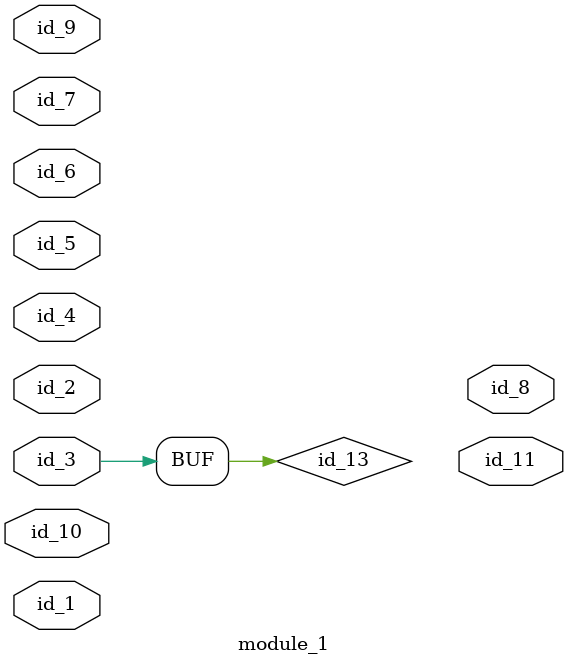
<source format=v>
module module_0 (
    id_1,
    id_2
);
  inout wire id_2;
  output wire id_1;
  supply0 id_3;
  assign id_3 = (1'd0);
  wire id_4;
endmodule
module module_1 (
    id_1,
    id_2,
    id_3,
    id_4,
    id_5,
    id_6,
    id_7,
    id_8,
    id_9,
    id_10,
    id_11
);
  output wire id_11;
  inout wire id_10;
  input wire id_9;
  output wire id_8;
  input wire id_7;
  inout wire id_6;
  input wire id_5;
  inout wire id_4;
  inout wire id_3;
  input wire id_2;
  inout wire id_1;
  wire id_12;
  wire id_13 = id_3;
  module_0 modCall_1 (
      id_12,
      id_12
  );
endmodule

</source>
